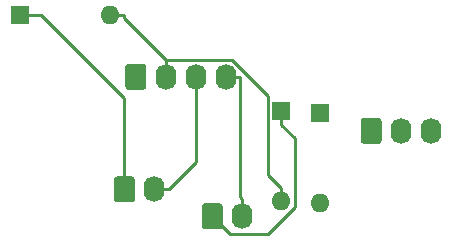
<source format=gbr>
G04 #@! TF.GenerationSoftware,KiCad,Pcbnew,(5.1.5-0-10_14)*
G04 #@! TF.CreationDate,2021-03-15T05:52:54+10:00*
G04 #@! TF.ProjectId,OH - Left Console - 12 - Mission Computer and Hydraulic Isolate Panel,4f48202d-204c-4656-9674-20436f6e736f,rev?*
G04 #@! TF.SameCoordinates,Original*
G04 #@! TF.FileFunction,Copper,L2,Bot*
G04 #@! TF.FilePolarity,Positive*
%FSLAX46Y46*%
G04 Gerber Fmt 4.6, Leading zero omitted, Abs format (unit mm)*
G04 Created by KiCad (PCBNEW (5.1.5-0-10_14)) date 2021-03-15 05:52:54*
%MOMM*%
%LPD*%
G04 APERTURE LIST*
%ADD10O,1.740000X2.200000*%
%ADD11C,0.100000*%
%ADD12O,1.600000X1.600000*%
%ADD13R,1.600000X1.600000*%
%ADD14C,0.250000*%
G04 APERTURE END LIST*
D10*
X138109000Y-99960000D03*
G04 #@! TA.AperFunction,ComponentPad*
D11*
G36*
X136213505Y-98861204D02*
G01*
X136237773Y-98864804D01*
X136261572Y-98870765D01*
X136284671Y-98879030D01*
X136306850Y-98889520D01*
X136327893Y-98902132D01*
X136347599Y-98916747D01*
X136365777Y-98933223D01*
X136382253Y-98951401D01*
X136396868Y-98971107D01*
X136409480Y-98992150D01*
X136419970Y-99014329D01*
X136428235Y-99037428D01*
X136434196Y-99061227D01*
X136437796Y-99085495D01*
X136439000Y-99109999D01*
X136439000Y-100810001D01*
X136437796Y-100834505D01*
X136434196Y-100858773D01*
X136428235Y-100882572D01*
X136419970Y-100905671D01*
X136409480Y-100927850D01*
X136396868Y-100948893D01*
X136382253Y-100968599D01*
X136365777Y-100986777D01*
X136347599Y-101003253D01*
X136327893Y-101017868D01*
X136306850Y-101030480D01*
X136284671Y-101040970D01*
X136261572Y-101049235D01*
X136237773Y-101055196D01*
X136213505Y-101058796D01*
X136189001Y-101060000D01*
X134948999Y-101060000D01*
X134924495Y-101058796D01*
X134900227Y-101055196D01*
X134876428Y-101049235D01*
X134853329Y-101040970D01*
X134831150Y-101030480D01*
X134810107Y-101017868D01*
X134790401Y-101003253D01*
X134772223Y-100986777D01*
X134755747Y-100968599D01*
X134741132Y-100948893D01*
X134728520Y-100927850D01*
X134718030Y-100905671D01*
X134709765Y-100882572D01*
X134703804Y-100858773D01*
X134700204Y-100834505D01*
X134699000Y-100810001D01*
X134699000Y-99109999D01*
X134700204Y-99085495D01*
X134703804Y-99061227D01*
X134709765Y-99037428D01*
X134718030Y-99014329D01*
X134728520Y-98992150D01*
X134741132Y-98971107D01*
X134755747Y-98951401D01*
X134772223Y-98933223D01*
X134790401Y-98916747D01*
X134810107Y-98902132D01*
X134831150Y-98889520D01*
X134853329Y-98879030D01*
X134876428Y-98870765D01*
X134900227Y-98864804D01*
X134924495Y-98861204D01*
X134948999Y-98860000D01*
X136189001Y-98860000D01*
X136213505Y-98861204D01*
G37*
G04 #@! TD.AperFunction*
D12*
X134366000Y-85217000D03*
D13*
X126746000Y-85217000D03*
D10*
X161544000Y-94996000D03*
X159004000Y-94996000D03*
G04 #@! TA.AperFunction,ComponentPad*
D11*
G36*
X157108505Y-93897204D02*
G01*
X157132773Y-93900804D01*
X157156572Y-93906765D01*
X157179671Y-93915030D01*
X157201850Y-93925520D01*
X157222893Y-93938132D01*
X157242599Y-93952747D01*
X157260777Y-93969223D01*
X157277253Y-93987401D01*
X157291868Y-94007107D01*
X157304480Y-94028150D01*
X157314970Y-94050329D01*
X157323235Y-94073428D01*
X157329196Y-94097227D01*
X157332796Y-94121495D01*
X157334000Y-94145999D01*
X157334000Y-95846001D01*
X157332796Y-95870505D01*
X157329196Y-95894773D01*
X157323235Y-95918572D01*
X157314970Y-95941671D01*
X157304480Y-95963850D01*
X157291868Y-95984893D01*
X157277253Y-96004599D01*
X157260777Y-96022777D01*
X157242599Y-96039253D01*
X157222893Y-96053868D01*
X157201850Y-96066480D01*
X157179671Y-96076970D01*
X157156572Y-96085235D01*
X157132773Y-96091196D01*
X157108505Y-96094796D01*
X157084001Y-96096000D01*
X155843999Y-96096000D01*
X155819495Y-96094796D01*
X155795227Y-96091196D01*
X155771428Y-96085235D01*
X155748329Y-96076970D01*
X155726150Y-96066480D01*
X155705107Y-96053868D01*
X155685401Y-96039253D01*
X155667223Y-96022777D01*
X155650747Y-96004599D01*
X155636132Y-95984893D01*
X155623520Y-95963850D01*
X155613030Y-95941671D01*
X155604765Y-95918572D01*
X155598804Y-95894773D01*
X155595204Y-95870505D01*
X155594000Y-95846001D01*
X155594000Y-94145999D01*
X155595204Y-94121495D01*
X155598804Y-94097227D01*
X155604765Y-94073428D01*
X155613030Y-94050329D01*
X155623520Y-94028150D01*
X155636132Y-94007107D01*
X155650747Y-93987401D01*
X155667223Y-93969223D01*
X155685401Y-93952747D01*
X155705107Y-93938132D01*
X155726150Y-93925520D01*
X155748329Y-93915030D01*
X155771428Y-93906765D01*
X155795227Y-93900804D01*
X155819495Y-93897204D01*
X155843999Y-93896000D01*
X157084001Y-93896000D01*
X157108505Y-93897204D01*
G37*
G04 #@! TD.AperFunction*
D10*
X145542000Y-102235000D03*
G04 #@! TA.AperFunction,ComponentPad*
D11*
G36*
X143646505Y-101136204D02*
G01*
X143670773Y-101139804D01*
X143694572Y-101145765D01*
X143717671Y-101154030D01*
X143739850Y-101164520D01*
X143760893Y-101177132D01*
X143780599Y-101191747D01*
X143798777Y-101208223D01*
X143815253Y-101226401D01*
X143829868Y-101246107D01*
X143842480Y-101267150D01*
X143852970Y-101289329D01*
X143861235Y-101312428D01*
X143867196Y-101336227D01*
X143870796Y-101360495D01*
X143872000Y-101384999D01*
X143872000Y-103085001D01*
X143870796Y-103109505D01*
X143867196Y-103133773D01*
X143861235Y-103157572D01*
X143852970Y-103180671D01*
X143842480Y-103202850D01*
X143829868Y-103223893D01*
X143815253Y-103243599D01*
X143798777Y-103261777D01*
X143780599Y-103278253D01*
X143760893Y-103292868D01*
X143739850Y-103305480D01*
X143717671Y-103315970D01*
X143694572Y-103324235D01*
X143670773Y-103330196D01*
X143646505Y-103333796D01*
X143622001Y-103335000D01*
X142381999Y-103335000D01*
X142357495Y-103333796D01*
X142333227Y-103330196D01*
X142309428Y-103324235D01*
X142286329Y-103315970D01*
X142264150Y-103305480D01*
X142243107Y-103292868D01*
X142223401Y-103278253D01*
X142205223Y-103261777D01*
X142188747Y-103243599D01*
X142174132Y-103223893D01*
X142161520Y-103202850D01*
X142151030Y-103180671D01*
X142142765Y-103157572D01*
X142136804Y-103133773D01*
X142133204Y-103109505D01*
X142132000Y-103085001D01*
X142132000Y-101384999D01*
X142133204Y-101360495D01*
X142136804Y-101336227D01*
X142142765Y-101312428D01*
X142151030Y-101289329D01*
X142161520Y-101267150D01*
X142174132Y-101246107D01*
X142188747Y-101226401D01*
X142205223Y-101208223D01*
X142223401Y-101191747D01*
X142243107Y-101177132D01*
X142264150Y-101164520D01*
X142286329Y-101154030D01*
X142309428Y-101145765D01*
X142333227Y-101139804D01*
X142357495Y-101136204D01*
X142381999Y-101135000D01*
X143622001Y-101135000D01*
X143646505Y-101136204D01*
G37*
G04 #@! TD.AperFunction*
D10*
X144145000Y-90424000D03*
X141605000Y-90424000D03*
X139065000Y-90424000D03*
G04 #@! TA.AperFunction,ComponentPad*
D11*
G36*
X137169505Y-89325204D02*
G01*
X137193773Y-89328804D01*
X137217572Y-89334765D01*
X137240671Y-89343030D01*
X137262850Y-89353520D01*
X137283893Y-89366132D01*
X137303599Y-89380747D01*
X137321777Y-89397223D01*
X137338253Y-89415401D01*
X137352868Y-89435107D01*
X137365480Y-89456150D01*
X137375970Y-89478329D01*
X137384235Y-89501428D01*
X137390196Y-89525227D01*
X137393796Y-89549495D01*
X137395000Y-89573999D01*
X137395000Y-91274001D01*
X137393796Y-91298505D01*
X137390196Y-91322773D01*
X137384235Y-91346572D01*
X137375970Y-91369671D01*
X137365480Y-91391850D01*
X137352868Y-91412893D01*
X137338253Y-91432599D01*
X137321777Y-91450777D01*
X137303599Y-91467253D01*
X137283893Y-91481868D01*
X137262850Y-91494480D01*
X137240671Y-91504970D01*
X137217572Y-91513235D01*
X137193773Y-91519196D01*
X137169505Y-91522796D01*
X137145001Y-91524000D01*
X135904999Y-91524000D01*
X135880495Y-91522796D01*
X135856227Y-91519196D01*
X135832428Y-91513235D01*
X135809329Y-91504970D01*
X135787150Y-91494480D01*
X135766107Y-91481868D01*
X135746401Y-91467253D01*
X135728223Y-91450777D01*
X135711747Y-91432599D01*
X135697132Y-91412893D01*
X135684520Y-91391850D01*
X135674030Y-91369671D01*
X135665765Y-91346572D01*
X135659804Y-91322773D01*
X135656204Y-91298505D01*
X135655000Y-91274001D01*
X135655000Y-89573999D01*
X135656204Y-89549495D01*
X135659804Y-89525227D01*
X135665765Y-89501428D01*
X135674030Y-89478329D01*
X135684520Y-89456150D01*
X135697132Y-89435107D01*
X135711747Y-89415401D01*
X135728223Y-89397223D01*
X135746401Y-89380747D01*
X135766107Y-89366132D01*
X135787150Y-89353520D01*
X135809329Y-89343030D01*
X135832428Y-89334765D01*
X135856227Y-89328804D01*
X135880495Y-89325204D01*
X135904999Y-89324000D01*
X137145001Y-89324000D01*
X137169505Y-89325204D01*
G37*
G04 #@! TD.AperFunction*
D12*
X148844000Y-100965000D03*
D13*
X148844000Y-93345000D03*
D12*
X152146000Y-101092000D03*
D13*
X152146000Y-93472000D03*
D14*
X148844000Y-100965000D02*
X148844000Y-99839700D01*
X148844000Y-99839700D02*
X147718700Y-98714400D01*
X147718700Y-98714400D02*
X147718700Y-92026400D01*
X147718700Y-92026400D02*
X144691000Y-88998700D01*
X144691000Y-88998700D02*
X139065000Y-88998700D01*
X134366000Y-85217000D02*
X135491300Y-85217000D01*
X139065000Y-90424000D02*
X139065000Y-88998700D01*
X139065000Y-88998700D02*
X135491300Y-85425000D01*
X135491300Y-85425000D02*
X135491300Y-85217000D01*
X148844000Y-93345000D02*
X148844000Y-94470300D01*
X148844000Y-94470300D02*
X150010400Y-95636700D01*
X150010400Y-95636700D02*
X150010400Y-101438700D01*
X150010400Y-101438700D02*
X147732700Y-103716400D01*
X147732700Y-103716400D02*
X144483400Y-103716400D01*
X144483400Y-103716400D02*
X143002000Y-102235000D01*
X145542000Y-102235000D02*
X145542000Y-100809700D01*
X144145000Y-90424000D02*
X145340300Y-90424000D01*
X145340300Y-90424000D02*
X145340300Y-100608000D01*
X145340300Y-100608000D02*
X145542000Y-100809700D01*
X138109000Y-99960000D02*
X139304300Y-99960000D01*
X141605000Y-90424000D02*
X141605000Y-97659300D01*
X141605000Y-97659300D02*
X139304300Y-99960000D01*
X126746000Y-85217000D02*
X128533700Y-85217000D01*
X128533700Y-85217000D02*
X135569000Y-92252300D01*
X135569000Y-92252300D02*
X135569000Y-99960000D01*
M02*

</source>
